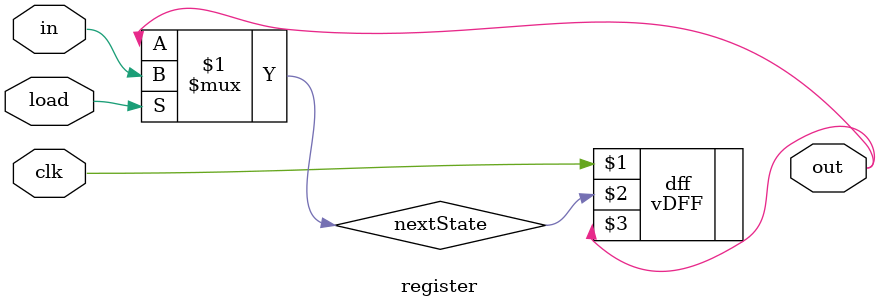
<source format=v>
module regFile (data_in, writenum, write, readnum, clk, data_out);
	input [15:0] data_in;
	input [2:0] writenum, readnum;
	input [0:0] write, clk;
	output [15:0] data_out;
	wire [15:0] rOut0, rOut1, rOut2, rOut3, rOut4, rOut5, rOut6, rOut7;
	wire [7:0] OHwn, ANDwn;

	// load for the registers
	Dec #(3,8) writenumDec(writenum, OHwn);
	assign ANDwn = OHwn & {8{write}};

	Mux8b #(16) data_outMux(rOut0, rOut1, rOut2, rOut3, rOut4, rOut5, rOut6, rOut7, readnum, data_out);

	register #(16) R0(data_in, ANDwn[0], clk, rOut0);
	register #(16) R1(data_in, ANDwn[1], clk, rOut1);
	register #(16) R2(data_in, ANDwn[2], clk, rOut2);
	register #(16) R3(data_in, ANDwn[3], clk, rOut3);
	register #(16) R4(data_in, ANDwn[4], clk, rOut4);
	register #(16) R5(data_in, ANDwn[5], clk, rOut5);
	register #(16) R6(data_in, ANDwn[6], clk, rOut6);
	register #(16) R7(data_in, ANDwn[7], clk, rOut7);

endmodule

// n to m bit decoder (binary -> one hot)
module Dec(a, b);
	parameter n = 2; // decoding from
	parameter m = 4; // decoding to

	input [n-1:0] a;
	output [m-1:0] b;

	wire [m-1:0] b = 1<<a;
endmodule

// Replicated module in lab5_top thus this one is commented out
// n bit D Flip Flop
/*module vDFF (clk, in, out);
	parameter n = 1; // width
	input clk;
	input [n-1:0] in;
	output reg [n-1:0] out;

	always @(posedge clk)
		out = in;
endmodule
*/
// 8-input one hot select multiplexer, k-bit inputs
module Mux8a (a0, a1, a2, a3, a4, a5, a6, a7, OHSelect, out);
	parameter k = 1;
	input [k-1:0] a0, a1, a2, a3, a4, a5, a6, a7;
	input [7:0] OHSelect;
	output reg [k-1:0] out;

	always @(*) begin
		case(OHSelect)
			8'b00000001: out = a0;
			8'b00000010: out = a1;
			8'b00000100: out = a2;
			8'b00001000: out = a3;
			8'b00010000: out = a4;
			8'b00100000: out = a5;
			8'b01000000: out = a6;
			8'b10000000: out = a7;
			default: out = {k{1'bx}};
		endcase
	end
endmodule

// 8-input 3-bit binary select multiplexer, k-bit inputs
module Mux8b (b0, b1, b2, b3, b4, b5, b6, b7, binarySelect, out);
	parameter k = 1;
	input [k-1:0] b0, b1, b2, b3, b4, b5, b6, b7;
	input [2:0] binarySelect;
	output [k-1:0] out;
	wire [7:0] oneHot;

	Dec #(3,8) dec38(binarySelect, oneHot);
	Mux8a #(k) mux(b0, b1, b2, b3, b4, b5, b6, b7, oneHot, out);
endmodule

// Single k-bit register
module register (in, load, clk, out);
	parameter k = 1;
	input [k-1:0] in;
	input [0:0] load, clk;
	output [k-1:0] out;
	wire [k-1:0] nextState;

	assign nextState = load ? in : out;	

	vDFF #(k) dff(clk, nextState, out);
endmodule

</source>
